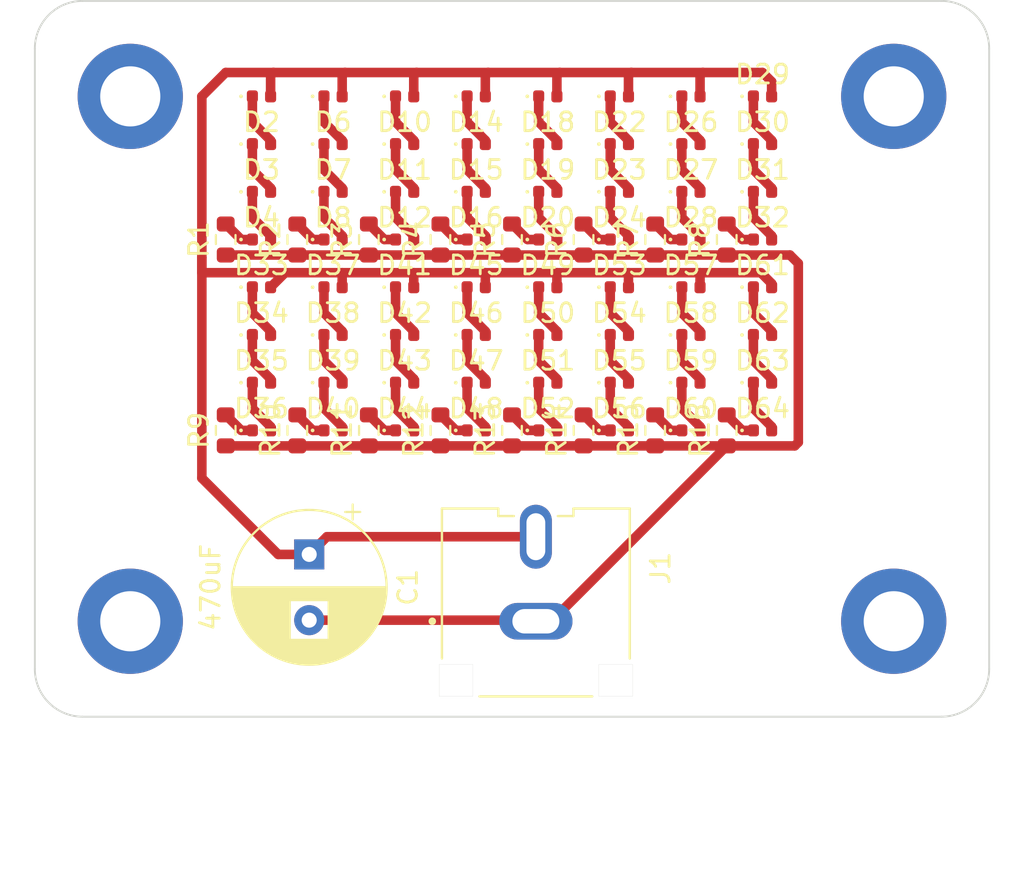
<source format=kicad_pcb>
(kicad_pcb (version 20211014) (generator pcbnew)
  (layers (0 "F.Cu" signal) (31 "B.Cu" signal) (34 "B.Paste" user) (35 "F.Paste" user) (36 "B.SilkS" user "B.Silkscreen") (37 "F.SilkS" user "F.Silkscreen") (38 "B.Mask" user) (39 "F.Mask" user) (44 "Edge.Cuts" user))
  (net 0 "")
  (net 1 "+12V")
  (net 2 "GND")
  (net 3 "Net-(D1-Pad1)")
  (net 4 "Net-(D5-Pad1)")
  (net 5 "Net-(D21-Pad1)")
  (net 6 "Net-(D25-Pad1)")
  (net 7 "Net-(D10-Pad1)")
  (net 8 "Net-(D10-Pad2)")
  (net 9 "Net-(D13-Pad1)")
  (net 14 "Net-(D17-Pad1)")
  (net 15 "Net-(D29-Pad1)")
  (net 16 "Net-(D33-Pad1)")
  (net 17 "Net-(D37-Pad1)")
  (net 18 "Net-(D41-Pad1)")
  (net 19 "Net-(D45-Pad1)")
  (net 20 "Net-(D49-Pad1)")
  (net 21 "Net-(D53-Pad1)")
  (net 22 "Net-(D57-Pad1)")
  (net 23 "Net-(D61-Pad1)")
  (net 24 "Net-(D2-Pad1)")
  (net 25 "Net-(D3-Pad1)")
  (net 26 "Net-(D4-Pad1)")
  (net 27 "Net-(D6-Pad1)")
  (net 28 "Net-(D7-Pad1)")
  (net 29 "Net-(D8-Pad1)")
  (net 30 "Net-(D11-Pad1)")
  (net 31 "Net-(D12-Pad1)")
  (net 32 "Net-(D14-Pad1)")
  (net 33 "Net-(D15-Pad1)")
  (net 34 "Net-(D16-Pad1)")
  (net 35 "Net-(D18-Pad1)")
  (net 36 "Net-(D19-Pad1)")
  (net 37 "Net-(D20-Pad1)")
  (net 38 "Net-(D22-Pad1)")
  (net 39 "Net-(D23-Pad1)")
  (net 40 "Net-(D24-Pad1)")
  (net 41 "Net-(D26-Pad1)")
  (net 42 "Net-(D27-Pad1)")
  (net 43 "Net-(D28-Pad1)")
  (net 44 "Net-(D30-Pad1)")
  (net 45 "Net-(D31-Pad1)")
  (net 46 "Net-(D32-Pad1)")
  (net 47 "Net-(D34-Pad1)")
  (net 48 "Net-(D35-Pad1)")
  (net 49 "Net-(D36-Pad1)")
  (net 50 "Net-(D38-Pad1)")
  (net 51 "Net-(D39-Pad1)")
  (net 52 "Net-(D40-Pad1)")
  (net 53 "Net-(D42-Pad1)")
  (net 54 "Net-(D43-Pad1)")
  (net 55 "Net-(D44-Pad1)")
  (net 56 "Net-(D46-Pad1)")
  (net 57 "Net-(D47-Pad1)")
  (net 58 "Net-(D48-Pad1)")
  (net 59 "Net-(D50-Pad1)")
  (net 60 "Net-(D51-Pad1)")
  (net 61 "Net-(D52-Pad1)")
  (net 62 "Net-(D54-Pad1)")
  (net 63 "Net-(D55-Pad1)")
  (net 64 "Net-(D56-Pad1)")
  (net 65 "Net-(D58-Pad1)")
  (net 66 "Net-(D59-Pad1)")
  (net 67 "Net-(D60-Pad1)")
  (net 68 "Net-(D62-Pad1)")
  (net 69 "Net-(D63-Pad1)")
  (net 70 "Net-(D64-Pad1)")
  (footprint "Resistor_SMD:R_0603_1608Metric" (layer "F.Cu") (at 76.2 66.04 90)
    (fp_text reference "R5")
    (fp_text value "82")
  )
  (footprint "LED_SMD:LED_0402_1005Metric" (layer "F.Cu") (at 81.915 66.04)
    (fp_text reference "D24")
    (fp_text value "QBL7IW60D-CW")
  )
  (footprint "Resistor_SMD:R_0603_1608Metric" (layer "F.Cu") (at 72.39 66.04 90)
    (fp_text reference "R4")
    (fp_text value "82")
  )
  (footprint "LED_SMD:LED_0402_1005Metric" (layer "F.Cu") (at 70.485 76.2)
    (fp_text reference "D44")
    (fp_text value "QBL7IW60D-CW")
  )
  (footprint "LED_SMD:LED_0402_1005Metric" (layer "F.Cu") (at 62.865 58.42)
    (fp_text reference "D1" hide)
    (fp_text value "QBL7IW60D-CW")
  )
  (footprint "LED_SMD:LED_0402_1005Metric" (layer "F.Cu") (at 78.105 58.42)
    (fp_text reference "D17" hide)
    (fp_text value "QBL7IW60D-CW")
  )
  (footprint "LED_SMD:LED_0402_1005Metric" (layer "F.Cu") (at 70.485 68.58)
    (fp_text reference "D41")
    (fp_text value "QBL7IW60D-CW")
  )
  (footprint "Resistor_SMD:R_0603_1608Metric" (layer "F.Cu") (at 68.58 76.2 90)
    (fp_text reference "R11")
    (fp_text value "82")
  )
  (footprint "LED_SMD:LED_0402_1005Metric" (layer "F.Cu") (at 74.295 68.58)
    (fp_text reference "D45")
    (fp_text value "QBL7IW60D-CW")
  )
  (footprint "Resistor_SMD:R_0603_1608Metric" (layer "F.Cu") (at 80.01 76.2 90)
    (fp_text reference "R14")
    (fp_text value "82")
  )
  (footprint "LED_SMD:LED_0402_1005Metric" (layer "F.Cu") (at 62.865 60.96)
    (fp_text reference "D2")
    (fp_text value "QBL7IW60D-CW")
  )
  (footprint "LED_SMD:LED_0402_1005Metric" (layer "F.Cu") (at 66.675 63.5)
    (fp_text reference "D7")
    (fp_text value "QBL7IW60D-CW")
  )
  (footprint "LED_SMD:LED_0402_1005Metric" (layer "F.Cu") (at 78.105 73.66)
    (fp_text reference "D51")
    (fp_text value "QBL7IW60D-CW")
  )
  (footprint "LED_SMD:LED_0402_1005Metric" (layer "F.Cu") (at 85.725 66.04)
    (fp_text reference "D28")
    (fp_text value "QBL7IW60D-CW")
  )
  (footprint "01-rickbassham:MountingHole_3.2mm_M3_DIN965_Pad" (layer "F.Cu") (at 55.88 58.42)
    (fp_text reference "H4")
    (fp_text value "MountingHole_Pad")
  )
  (footprint "Resistor_SMD:R_0603_1608Metric" (layer "F.Cu") (at 68.58 66.04 90)
    (fp_text reference "R3")
    (fp_text value "82")
  )
  (footprint "LED_SMD:LED_0402_1005Metric" (layer "F.Cu") (at 62.865 68.58)
    (fp_text reference "D33")
    (fp_text value "QBL7IW60D-CW" hide)
  )
  (footprint "LED_SMD:LED_0402_1005Metric" (layer "F.Cu") (at 81.915 60.96)
    (fp_text reference "D22")
    (fp_text value "QBL7IW60D-CW")
  )
  (footprint "LED_SMD:LED_0402_1005Metric" (layer "F.Cu") (at 89.535 73.66)
    (fp_text reference "D63")
    (fp_text value "QBL7IW60D-CW")
  )
  (footprint "LED_SMD:LED_0402_1005Metric" (layer "F.Cu") (at 85.725 76.2)
    (fp_text reference "D60")
    (fp_text value "QBL7IW60D-CW")
  )
  (footprint "LED_SMD:LED_0402_1005Metric" (layer "F.Cu") (at 78.105 76.2)
    (fp_text reference "D52")
    (fp_text value "QBL7IW60D-CW")
  )
  (footprint "LED_SMD:LED_0402_1005Metric" (layer "F.Cu") (at 81.915 68.58)
    (fp_text reference "D53")
    (fp_text value "QBL7IW60D-CW")
  )
  (footprint "LED_SMD:LED_0402_1005Metric" (layer "F.Cu") (at 85.725 68.58)
    (fp_text reference "D57")
    (fp_text value "QBL7IW60D-CW")
  )
  (footprint "LED_SMD:LED_0402_1005Metric" (layer "F.Cu") (at 85.725 58.42)
    (fp_text reference "D25" hide)
    (fp_text value "QBL7IW60D-CW")
  )
  (footprint "LED_SMD:LED_0402_1005Metric" (layer "F.Cu") (at 70.485 58.42)
    (fp_text reference "D9" hide)
    (fp_text value "QBL7IW60D-CW")
  )
  (footprint "LED_SMD:LED_0402_1005Metric" (layer "F.Cu") (at 81.915 73.66)
    (fp_text reference "D55")
    (fp_text value "QBL7IW60D-CW")
  )
  (footprint "LED_SMD:LED_0402_1005Metric" (layer "F.Cu") (at 89.535 71.12)
    (fp_text reference "D62")
    (fp_text value "QBL7IW60D-CW")
  )
  (footprint "LED_SMD:LED_0402_1005Metric" (layer "F.Cu") (at 70.485 63.5)
    (fp_text reference "D11")
    (fp_text value "QBL7IW60D-CW")
  )
  (footprint "LED_SMD:LED_0402_1005Metric" (layer "F.Cu") (at 70.485 71.12)
    (fp_text reference "D42")
    (fp_text value "QBL7IW60D-CW")
  )
  (footprint "01-rickbassham:MountingHole_3.2mm_M3_DIN965_Pad" (layer "F.Cu") (at 96.52 86.36)
    (fp_text reference "H1")
    (fp_text value "MountingHole_Pad")
  )
  (footprint "LED_SMD:LED_0402_1005Metric" (layer "F.Cu") (at 74.295 73.66)
    (fp_text reference "D47")
    (fp_text value "QBL7IW60D-CW")
  )
  (footprint "LED_SMD:LED_0402_1005Metric" (layer "F.Cu") (at 89.535 68.58)
    (fp_text reference "D61")
    (fp_text value "QBL7IW60D-CW")
  )
  (footprint "LED_SMD:LED_0402_1005Metric" (layer "F.Cu") (at 66.675 66.04)
    (fp_text reference "D8")
    (fp_text value "QBL7IW60D-CW")
  )
  (footprint "01-rickbassham:MountingHole_3.2mm_M3_DIN965_Pad" (layer "F.Cu") (at 55.88 86.36)
    (fp_text reference "H2")
    (fp_text value "MountingHole_Pad")
  )
  (footprint "LED_SMD:LED_0402_1005Metric" (layer "F.Cu") (at 66.675 68.58)
    (fp_text reference "D37")
    (fp_text value "QBL7IW60D-CW")
  )
  (footprint "LED_SMD:LED_0402_1005Metric" (layer "F.Cu") (at 81.915 76.2)
    (fp_text reference "D56")
    (fp_text value "QBL7IW60D-CW")
  )
  (footprint "LED_SMD:LED_0402_1005Metric" (layer "F.Cu") (at 85.725 71.12)
    (fp_text reference "D58")
    (fp_text value "QBL7IW60D-CW")
  )
  (footprint "LED_SMD:LED_0402_1005Metric" (layer "F.Cu") (at 74.295 76.2)
    (fp_text reference "D48")
    (fp_text value "QBL7IW60D-CW")
  )
  (footprint "LED_SMD:LED_0402_1005Metric" (layer "F.Cu") (at 89.535 63.5)
    (fp_text reference "D31")
    (fp_text value "QBL7IW60D-CW")
  )
  (footprint "LED_SMD:LED_0402_1005Metric" (layer "F.Cu") (at 66.675 60.96)
    (fp_text reference "D6")
    (fp_text value "QBL7IW60D-CW")
  )
  (footprint "LED_SMD:LED_0402_1005Metric" (layer "F.Cu") (at 74.295 60.96)
    (fp_text reference "D14")
    (fp_text value "QBL7IW60D-CW")
  )
  (footprint "LED_SMD:LED_0402_1005Metric" (layer "F.Cu") (at 78.105 63.5)
    (fp_text reference "D19")
    (fp_text value "QBL7IW60D-CW")
  )
  (footprint "Resistor_SMD:R_0603_1608Metric" (layer "F.Cu") (at 83.82 76.2 90)
    (fp_text reference "R15")
    (fp_text value "82")
  )
  (footprint "01-rickbassham:MountingHole_3.2mm_M3_DIN965_Pad" (layer "F.Cu") (at 96.52 58.42)
    (fp_text reference "H3")
    (fp_text value "MountingHole_Pad")
  )
  (footprint "LED_SMD:LED_0402_1005Metric" (layer "F.Cu") (at 78.105 66.04)
    (fp_text reference "D20")
    (fp_text value "QBL7IW60D-CW")
  )
  (footprint "LED_SMD:LED_0402_1005Metric" (layer "F.Cu") (at 62.865 76.2)
    (fp_text reference "D36")
    (fp_text value "QBL7IW60D-CW" hide)
  )
  (footprint "LED_SMD:LED_0402_1005Metric" (layer "F.Cu") (at 85.725 60.96)
    (fp_text reference "D26")
    (fp_text value "QBL7IW60D-CW")
  )
  (footprint "01-rickbassham:CUI_RCJ-044" (layer "F.Cu") (at 77.47 86.36 -90)
    (fp_text reference "J1")
    (fp_text value "RCJ-044")
    (fp_line (start 4 -3.35) (end 4 -5.15) (layer "Edge.Cuts") (width 0.01))
    (fp_line (start 2.3 -3.35) (end 4 -3.35) (layer "Edge.Cuts") (width 0.01))
    (fp_line (start 2.3 3.35) (end 2.3 5.15) (layer "Edge.Cuts") (width 0.01))
    (fp_line (start 4 -5.15) (end 2.3 -5.15) (layer "Edge.Cuts") (width 0.01))
    (fp_line (start 4 3.35) (end 2.3 3.35) (layer "Edge.Cuts") (width 0.01))
    (fp_line (start 2.3 -5.15) (end 2.3 -3.35) (layer "Edge.Cuts") (width 0.01))
    (fp_line (start 4 5.15) (end 4 3.35) (layer "Edge.Cuts") (width 0.01))
    (fp_line (start 2.3 5.15) (end 4 5.15) (layer "Edge.Cuts") (width 0.01))
  )
  (footprint "LED_SMD:LED_0402_1005Metric" (layer "F.Cu") (at 78.105 60.96)
    (fp_text reference "D18")
    (fp_text value "QBL7IW60D-CW")
  )
  (footprint "LED_SMD:LED_0402_1005Metric" (layer "F.Cu") (at 81.915 63.5)
    (fp_text reference "D23")
    (fp_text value "QBL7IW60D-CW")
  )
  (footprint "LED_SMD:LED_0402_1005Metric" (layer "F.Cu") (at 81.915 71.12)
    (fp_text reference "D54")
    (fp_text value "QBL7IW60D-CW")
  )
  (footprint "LED_SMD:LED_0402_1005Metric" (layer "F.Cu") (at 74.295 66.04)
    (fp_text reference "D16")
    (fp_text value "QBL7IW60D-CW")
  )
  (footprint "LED_SMD:LED_0402_1005Metric" (layer "F.Cu") (at 89.535 58.42)
    (fp_text reference "D29")
    (fp_text value "QBL7IW60D-CW")
  )
  (footprint "LED_SMD:LED_0402_1005Metric" (layer "F.Cu") (at 89.535 76.2)
    (fp_text reference "D64")
    (fp_text value "QBL7IW60D-CW")
  )
  (footprint "Resistor_SMD:R_0603_1608Metric" (layer "F.Cu") (at 87.63 66.04 90)
    (fp_text reference "R8")
    (fp_text value "82")
  )
  (footprint "LED_SMD:LED_0402_1005Metric" (layer "F.Cu") (at 85.725 73.66)
    (fp_text reference "D59")
    (fp_text value "QBL7IW60D-CW")
  )
  (footprint "LED_SMD:LED_0402_1005Metric" (layer "F.Cu") (at 85.725 63.5)
    (fp_text reference "D27")
    (fp_text value "QBL7IW60D-CW")
  )
  (footprint "LED_SMD:LED_0402_1005Metric" (layer "F.Cu") (at 66.675 58.42)
    (fp_text reference "D5" hide)
    (fp_text value "QBL7IW60D-CW")
  )
  (footprint "Resistor_SMD:R_0603_1608Metric" (layer "F.Cu") (at 60.96 76.2 90)
    (fp_text reference "R9")
    (fp_text value "82")
  )
  (footprint "LED_SMD:LED_0402_1005Metric" (layer "F.Cu") (at 70.485 73.66)
    (fp_text reference "D43")
    (fp_text value "QBL7IW60D-CW")
  )
  (footprint "Resistor_SMD:R_0603_1608Metric" (layer "F.Cu") (at 83.82 66.04 90)
    (fp_text reference "R7")
    (fp_text value "82")
  )
  (footprint "LED_SMD:LED_0402_1005Metric" (layer "F.Cu") (at 62.865 63.5)
    (fp_text reference "D3")
    (fp_text value "QBL7IW60D-CW")
  )
  (footprint "Resistor_SMD:R_0603_1608Metric" (layer "F.Cu") (at 60.96 66.04 90)
    (fp_text reference "R1")
    (fp_text value "82")
  )
  (footprint "Resistor_SMD:R_0603_1608Metric" (layer "F.Cu") (at 76.2 76.2 90)
    (fp_text reference "R13")
    (fp_text value "82")
  )
  (footprint "Capacitor_THT:CP_Radial_D8.0mm_P3.50mm" (layer "F.Cu") (at 65.405 82.802349 -90)
    (fp_text reference "C1")
    (fp_text value "470uF")
  )
  (footprint "Resistor_SMD:R_0603_1608Metric" (layer "F.Cu") (at 87.63 76.2 90)
    (fp_text reference "R16")
    (fp_text value "82")
  )
  (footprint "LED_SMD:LED_0402_1005Metric" (layer "F.Cu") (at 62.865 73.66)
    (fp_text reference "D35")
    (fp_text value "QBL7IW60D-CW" hide)
  )
  (footprint "LED_SMD:LED_0402_1005Metric" (layer "F.Cu") (at 66.675 71.12)
    (fp_text reference "D38")
    (fp_text value "QBL7IW60D-CW")
  )
  (footprint "LED_SMD:LED_0402_1005Metric" (layer "F.Cu") (at 70.485 60.96)
    (fp_text reference "D10")
    (fp_text value "QBL7IW60D-CW")
  )
  (footprint "LED_SMD:LED_0402_1005Metric" (layer "F.Cu") (at 62.865 71.12)
    (fp_text reference "D34")
    (fp_text value "QBL7IW60D-CW" hide)
  )
  (footprint "LED_SMD:LED_0402_1005Metric" (layer "F.Cu") (at 89.535 60.96)
    (fp_text reference "D30")
    (fp_text value "QBL7IW60D-CW")
  )
  (footprint "LED_SMD:LED_0402_1005Metric" (layer "F.Cu") (at 74.295 58.42)
    (fp_text reference "D13" hide)
    (fp_text value "QBL7IW60D-CW")
  )
  (footprint "LED_SMD:LED_0402_1005Metric" (layer "F.Cu") (at 81.915 58.42)
    (fp_text reference "D21" hide)
    (fp_text value "QBL7IW60D-CW")
  )
  (footprint "LED_SMD:LED_0402_1005Metric" (layer "F.Cu") (at 74.295 71.12)
    (fp_text reference "D46")
    (fp_text value "QBL7IW60D-CW")
  )
  (footprint "LED_SMD:LED_0402_1005Metric" (layer "F.Cu") (at 66.675 73.66)
    (fp_text reference "D39")
    (fp_text value "QBL7IW60D-CW")
  )
  (footprint "LED_SMD:LED_0402_1005Metric" (layer "F.Cu") (at 89.535 66.04)
    (fp_text reference "D32")
    (fp_text value "QBL7IW60D-CW")
  )
  (footprint "Resistor_SMD:R_0603_1608Metric" (layer "F.Cu") (at 64.77 66.04 90)
    (fp_text reference "R2")
    (fp_text value "82")
  )
  (footprint "Resistor_SMD:R_0603_1608Metric" (layer "F.Cu") (at 80.01 66.04 90)
    (fp_text reference "R6")
    (fp_text value "82")
  )
  (footprint "Resistor_SMD:R_0603_1608Metric" (layer "F.Cu") (at 64.77 76.2 90)
    (fp_text reference "R10")
    (fp_text value "82")
  )
  (footprint "LED_SMD:LED_0402_1005Metric" (layer "F.Cu") (at 66.675 76.2)
    (fp_text reference "D40")
    (fp_text value "QBL7IW60D-CW")
  )
  (footprint "LED_SMD:LED_0402_1005Metric" (layer "F.Cu") (at 70.485 66.04)
    (fp_text reference "D12")
    (fp_text value "QBL7IW60D-CW")
  )
  (footprint "LED_SMD:LED_0402_1005Metric" (layer "F.Cu") (at 78.105 68.58)
    (fp_text reference "D49")
    (fp_text value "QBL7IW60D-CW")
  )
  (footprint "LED_SMD:LED_0402_1005Metric" (layer "F.Cu") (at 62.865 66.04)
    (fp_text reference "D4")
    (fp_text value "QBL7IW60D-CW")
  )
  (footprint "LED_SMD:LED_0402_1005Metric" (layer "F.Cu") (at 74.295 63.5)
    (fp_text reference "D15")
    (fp_text value "QBL7IW60D-CW")
  )
  (footprint "LED_SMD:LED_0402_1005Metric" (layer "F.Cu") (at 78.105 71.12)
    (fp_text reference "D50")
    (fp_text value "QBL7IW60D-CW")
  )
  (footprint "Resistor_SMD:R_0603_1608Metric" (layer "F.Cu") (at 72.39 76.2 90)
    (fp_text reference "R12")
    (fp_text value "82")
  )
  (gr_arc (start 101.6 88.9) (mid 100.856051 90.696051) (end 99.06 91.44) (layer "Edge.Cuts") (width 0.1))
  (gr_line (start 99.06 53.34) (end 53.34 53.34) (layer "Edge.Cuts") (width 0.1))
  (gr_line (start 53.34 91.44) (end 99.06 91.44) (layer "Edge.Cuts") (width 0.1))
  (gr_arc (start 50.8 55.88) (mid 51.543949 54.083949) (end 53.34 53.34) (layer "Edge.Cuts") (width 0.1))
  (gr_line (start 50.8 55.88) (end 50.8 88.9) (layer "Edge.Cuts") (width 0.1))
  (gr_arc (start 53.34 91.44) (mid 51.543949 90.696051) (end 50.8 88.9) (layer "Edge.Cuts") (width 0.1))
  (gr_arc (start 99.06 53.34) (mid 100.856051 54.083949) (end 101.6 55.88) (layer "Edge.Cuts") (width 0.1))
  (gr_line (start 101.6 88.9) (end 101.6 55.88) (layer "Edge.Cuts") (width 0.1))
  (segment (start 78.59 68.58) (end 78.59 67.81796) (width 0.508) (layer "F.Cu") (net 1))
  (segment (start 59.69 67.80648) (end 59.69 66.994216) (width 0.508) (layer "F.Cu") (net 1))
  (segment (start 64.12352 67.80648) (end 67.17148 67.80648) (width 0.508) (layer "F.Cu") (net 1))
  (segment (start 65.405 82.802349) (end 63.752349 82.802349) (width 0.508) (layer "F.Cu") (net 1))
  (segment (start 70.97 67.81796) (end 70.98148 67.80648) (width 0.508) (layer "F.Cu") (net 1))
  (segment (start 70.98148 67.80648) (end 74.79148 67.80648) (width 0.508) (layer "F.Cu") (net 1))
  (segment (start 71.12 57.15) (end 74.93 57.15) (width 0.508) (layer "F.Cu") (net 1))
  (segment (start 82.4 57.3) (end 82.55 57.15) (width 0.508) (layer "F.Cu") (net 1))
  (segment (start 63.35 58.42) (end 63.35 57.3) (width 0.508) (layer "F.Cu") (net 1))
  (segment (start 82.55 57.15) (end 86.36 57.15) (width 0.508) (layer "F.Cu") (net 1))
  (segment (start 78.59 58.42) (end 78.59 57.3) (width 0.508) (layer "F.Cu") (net 1))
  (segment (start 89.535 57.15) (end 90.02 57.635) (width 0.508) (layer "F.Cu") (net 1))
  (segment (start 89.44645 67.80648) (end 90.02 68.38003) (width 0.508) (layer "F.Cu") (net 1))
  (segment (start 63.35 68.58) (end 64.12352 67.80648) (width 0.508) (layer "F.Cu") (net 1))
  (segment (start 59.69 58.42) (end 60.96 57.15) (width 0.508) (layer "F.Cu") (net 1))
  (segment (start 78.59 67.81796) (end 78.60148 67.80648) (width 0.508) (layer "F.Cu") (net 1))
  (segment (start 67.17148 67.80648) (end 70.98148 67.80648) (width 0.508) (layer "F.Cu") (net 1))
  (segment (start 82.4 58.42) (end 82.4 57.3) (width 0.508) (layer "F.Cu") (net 1))
  (segment (start 74.78 57.3) (end 74.93 57.15) (width 0.508) (layer "F.Cu") (net 1))
  (segment (start 86.21 68.58) (end 86.21 67.81796) (width 0.508) (layer "F.Cu") (net 1))
  (segment (start 86.36 57.15) (end 89.535 57.15) (width 0.508) (layer "F.Cu") (net 1))
  (segment (start 60.96 57.15) (end 63.5 57.15) (width 0.508) (layer "F.Cu") (net 1))
  (segment (start 70.97 58.42) (end 70.97 57.3) (width 0.508) (layer "F.Cu") (net 1))
  (segment (start 63.5 57.15) (end 67.31 57.15) (width 0.508) (layer "F.Cu") (net 1))
  (segment (start 77.47 81.86) (end 66.347349 81.86) (width 0.508) (layer "F.Cu") (net 1))
  (segment (start 78.60148 67.80648) (end 82.41148 67.80648) (width 0.508) (layer "F.Cu") (net 1))
  (segment (start 67.31 57.15) (end 71.12 57.15) (width 0.508) (layer "F.Cu") (net 1))
  (segment (start 64.12352 67.80648) (end 59.69 67.80648) (width 0.508) (layer "F.Cu") (net 1))
  (segment (start 67.16 58.42) (end 67.16 57.3) (width 0.508) (layer "F.Cu") (net 1))
  (segment (start 63.752349 82.802349) (end 61.595 80.645) (width 0.508) (layer "F.Cu") (net 1))
  (segment (start 59.69 66.994216) (end 59.69 78.74) (width 0.508) (layer "F.Cu") (net 1))
  (segment (start 82.41148 67.80648) (end 86.22148 67.80648) (width 0.508) (layer "F.Cu") (net 1))
  (segment (start 67.16 57.3) (end 67.31 57.15) (width 0.508) (layer "F.Cu") (net 1))
  (segment (start 67.16 67.81796) (end 67.17148 67.80648) (width 0.508) (layer "F.Cu") (net 1))
  (segment (start 70.97 57.3) (end 71.12 57.15) (width 0.508) (layer "F.Cu") (net 1))
  (segment (start 78.59 57.3) (end 78.74 57.15) (width 0.508) (layer "F.Cu") (net 1))
  (segment (start 74.93 57.15) (end 78.74 57.15) (width 0.508) (layer "F.Cu") (net 1))
  (segment (start 90.02 57.635) (end 90.02 58.42) (width 0.508) (layer "F.Cu") (net 1))
  (segment (start 74.78 58.42) (end 74.78 57.3) (width 0.508) (layer "F.Cu") (net 1))
  (segment (start 82.4 68.58) (end 82.4 67.81796) (width 0.508) (layer "F.Cu") (net 1))
  (segment (start 82.4 67.81796) (end 82.41148 67.80648) (width 0.508) (layer "F.Cu") (net 1))
  (segment (start 86.22148 67.80648) (end 89.44645 67.80648) (width 0.508) (layer "F.Cu") (net 1))
  (segment (start 86.21 57.3) (end 86.36 57.15) (width 0.508) (layer "F.Cu") (net 1))
  (segment (start 78.74 57.15) (end 82.55 57.15) (width 0.508) (layer "F.Cu") (net 1))
  (segment (start 67.16 68.58) (end 67.16 67.81796) (width 0.508) (layer "F.Cu") (net 1))
  (segment (start 74.78 67.81796) (end 74.79148 67.80648) (width 0.508) (layer "F.Cu") (net 1))
  (segment (start 59.69 66.994216) (end 59.69 58.42) (width 0.508) (layer "F.Cu") (net 1))
  (segment (start 63.35 57.3) (end 63.5 57.15) (width 0.508) (layer "F.Cu") (net 1))
  (segment (start 86.21 67.81796) (end 86.22148 67.80648) (width 0.508) (layer "F.Cu") (net 1))
  (segment (start 70.97 68.58) (end 70.97 67.81796) (width 0.508) (layer "F.Cu") (net 1))
  (segment (start 74.79148 67.80648) (end 78.60148 67.80648) (width 0.508) (layer "F.Cu") (net 1))
  (segment (start 86.21 58.42) (end 86.21 57.3) (width 0.508) (layer "F.Cu") (net 1))
  (segment (start 74.78 68.58) (end 74.78 67.81796) (width 0.508) (layer "F.Cu") (net 1))
  (segment (start 66.347349 81.86) (end 65.405 82.802349) (width 0.508) (layer "F.Cu") (net 1))
  (segment (start 90.02 68.38003) (end 90.02 68.58) (width 0.508) (layer "F.Cu") (net 1))
  (segment (start 59.69 78.74) (end 61.52 80.57) (width 0.508) (layer "F.Cu") (net 1))
  (segment (start 65.405 86.302349) (end 77.412349 86.302349) (width 0.508) (layer "F.Cu") (net 2))
  (segment (start 83.82 66.865) (end 87.63 66.865) (width 0.508) (layer "F.Cu") (net 2))
  (segment (start 91.25 77.025) (end 91.44 76.835) (width 0.508) (layer "F.Cu") (net 2))
  (segment (start 80.01 66.865) (end 83.82 66.865) (width 0.508) (layer "F.Cu") (net 2))
  (segment (start 90.995 66.865) (end 87.63 66.865) (width 0.508) (layer "F.Cu") (net 2))
  (segment (start 77.47 86.36) (end 78.295 86.36) (width 0.508) (layer "F.Cu") (net 2))
  (segment (start 60.96 77.025) (end 87.63 77.025) (width 0.508) (layer "F.Cu") (net 2))
  (segment (start 60.96 66.865) (end 64.77 66.865) (width 0.508) (layer "F.Cu") (net 2))
  (segment (start 78.295 86.36) (end 87.63 77.025) (width 0.508) (layer "F.Cu") (net 2))
  (segment (start 76.2 66.865) (end 80.01 66.865) (width 0.508) (layer "F.Cu") (net 2))
  (segment (start 72.39 66.865) (end 76.2 66.865) (width 0.508) (layer "F.Cu") (net 2))
  (segment (start 91.44 76.835) (end 91.44 67.31) (width 0.508) (layer "F.Cu") (net 2))
  (segment (start 91.44 67.31) (end 90.995 66.865) (width 0.508) (layer "F.Cu") (net 2))
  (segment (start 64.77 66.865) (end 68.58 66.865) (width 0.508) (layer "F.Cu") (net 2))
  (segment (start 68.58 66.865) (end 72.39 66.865) (width 0.508) (layer "F.Cu") (net 2))
  (segment (start 87.63 77.025) (end 91.25 77.025) (width 0.508) (layer "F.Cu") (net 2))
  (segment (start 77.412349 86.302349) (end 77.47 86.36) (width 0.508) (layer "F.Cu") (net 2))
  (segment (start 63.35 60.76003) (end 63.35 60.96) (width 0.508) (layer "F.Cu") (net 3))
  (segment (start 62.38 59.79003) (end 63.35 60.76003) (width 0.508) (layer "F.Cu") (net 3))
  (segment (start 62.38 58.42) (end 62.38 59.79003) (width 0.508) (layer "F.Cu") (net 3))
  (segment (start 66.19 59.79003) (end 67.16 60.76003) (width 0.508) (layer "F.Cu") (net 4))
  (segment (start 67.16 60.76003) (end 67.16 60.96) (width 0.508) (layer "F.Cu") (net 4))
  (segment (start 66.19 58.42) (end 66.19 59.79003) (width 0.508) (layer "F.Cu") (net 4))
  (segment (start 82.4 60.76003) (end 82.4 60.96) (width 0.508) (layer "F.Cu") (net 5))
  (segment (start 81.43 59.79003) (end 82.4 60.76003) (width 0.508) (layer "F.Cu") (net 5))
  (segment (start 81.43 58.42) (end 81.43 59.79003) (width 0.508) (layer "F.Cu") (net 5))
  (segment (start 85.24 59.79003) (end 86.21 60.76003) (width 0.508) (layer "F.Cu") (net 6))
  (segment (start 85.24 58.42) (end 85.24 59.79003) (width 0.508) (layer "F.Cu") (net 6))
  (segment (start 86.21 60.76003) (end 86.21 60.96) (width 0.508) (layer "F.Cu") (net 6))
  (segment (start 70 60.96) (end 70 62.33003) (width 0.508) (layer "F.Cu") (net 7))
  (segment (start 70 62.33003) (end 70.97 63.30003) (width 0.508) (layer "F.Cu") (net 7))
  (segment (start 70.97 63.30003) (end 70.97 63.5) (width 0.508) (layer "F.Cu") (net 7))
  (segment (start 70.97 60.76003) (end 70.97 60.96) (width 0.508) (layer "F.Cu") (net 8))
  (segment (start 70 59.79003) (end 70.97 60.76003) (width 0.508) (layer "F.Cu") (net 8))
  (segment (start 70 58.42) (end 70 59.79003) (width 0.508) (layer "F.Cu") (net 8))
  (segment (start 73.81 58.42) (end 73.81 59.79003) (width 0.508) (layer "F.Cu") (net 9))
  (segment (start 73.81 59.79003) (end 74.78 60.76003) (width 0.508) (layer "F.Cu") (net 9))
  (segment (start 74.78 60.76003) (end 74.78 60.96) (width 0.508) (layer "F.Cu") (net 9))
  (segment (start 77.62 59.79003) (end 78.59 60.76003) (width 0.508) (layer "F.Cu") (net 14))
  (segment (start 77.62 58.42) (end 77.62 59.79003) (width 0.508) (layer "F.Cu") (net 14))
  (segment (start 78.59 60.76003) (end 78.59 60.96) (width 0.508) (layer "F.Cu") (net 14))
  (segment (start 89.05 58.42) (end 89.05 59.79003) (width 0.508) (layer "F.Cu") (net 15))
  (segment (start 90.02 60.76003) (end 90.02 60.96) (width 0.508) (layer "F.Cu") (net 15))
  (segment (start 89.05 59.79003) (end 90.02 60.76003) (width 0.508) (layer "F.Cu") (net 15))
  (segment (start 63.35 70.92003) (end 63.35 71.12) (width 0.508) (layer "F.Cu") (net 16))
  (segment (start 62.38 69.95003) (end 63.35 70.92003) (width 0.508) (layer "F.Cu") (net 16))
  (segment (start 62.38 68.58) (end 62.38 69.95003) (width 0.508) (layer "F.Cu") (net 16))
  (segment (start 66.19 68.58) (end 66.19 69.95003) (width 0.508) (layer "F.Cu") (net 17))
  (segment (start 67.16 70.92003) (end 67.16 71.12) (width 0.508) (layer "F.Cu") (net 17))
  (segment (start 66.19 69.95003) (end 67.16 70.92003) (width 0.508) (layer "F.Cu") (net 17))
  (segment (start 70.97 70.92003) (end 70.97 71.12) (width 0.508) (layer "F.Cu") (net 18))
  (segment (start 70 68.58) (end 70 69.95003) (width 0.508) (layer "F.Cu") (net 18))
  (segment (start 70 69.95003) (end 70.97 70.92003) (width 0.508) (layer "F.Cu") (net 18))
  (segment (start 73.81 68.58) (end 73.81 69.95003) (width 0.508) (layer "F.Cu") (net 19))
  (segment (start 74.78 70.92003) (end 74.78 71.12) (width 0.508) (layer "F.Cu") (net 19))
  (segment (start 73.81 69.95003) (end 74.78 70.92003) (width 0.508) (layer "F.Cu") (net 19))
  (segment (start 78.59 70.92003) (end 78.59 71.12) (width 0.508) (layer "F.Cu") (net 20))
  (segment (start 77.62 68.58) (end 77.62 69.95003) (width 0.508) (layer "F.Cu") (net 20))
  (segment (start 77.62 69.95003) (end 78.59 70.92003) (width 0.508) (layer "F.Cu") (net 20))
  (segment (start 81.43 69.95003) (end 82.4 70.92003) (width 0.508) (layer "F.Cu") (net 21))
  (segment (start 81.43 68.58) (end 81.43 69.95003) (width 0.508) (layer "F.Cu") (net 21))
  (segment (start 82.4 70.92003) (end 82.4 71.12) (width 0.508) (layer "F.Cu") (net 21))
  (segment (start 85.24 68.58) (end 85.24 69.95003) (width 0.508) (layer "F.Cu") (net 22))
  (segment (start 86.21 70.92003) (end 86.21 71.12) (width 0.508) (layer "F.Cu") (net 22))
  (segment (start 85.24 69.95003) (end 86.21 70.92003) (width 0.508) (layer "F.Cu") (net 22))
  (segment (start 90.02 70.92003) (end 90.02 71.12) (width 0.508) (layer "F.Cu") (net 23))
  (segment (start 89.05 68.58) (end 89.05 69.95003) (width 0.508) (layer "F.Cu") (net 23))
  (segment (start 89.05 69.95003) (end 90.02 70.92003) (width 0.508) (layer "F.Cu") (net 23))
  (segment (start 63.35 63.30003) (end 63.35 63.5) (width 0.508) (layer "F.Cu") (net 24))
  (segment (start 62.38 62.33003) (end 63.35 63.30003) (width 0.508) (layer "F.Cu") (net 24))
  (segment (start 62.38 60.96) (end 62.38 62.33003) (width 0.508) (layer "F.Cu") (net 24))
  (segment (start 62.38 64.87003) (end 63.35 65.84003) (width 0.508) (layer "F.Cu") (net 25))
  (segment (start 63.35 65.84003) (end 63.35 66.04) (width 0.508) (layer "F.Cu") (net 25))
  (segment (start 62.38 63.5) (end 62.38 64.87003) (width 0.508) (layer "F.Cu") (net 25))
  (segment (start 61.785 66.04) (end 60.96 65.215) (width 0.508) (layer "F.Cu") (net 26))
  (segment (start 62.38 66.04) (end 61.785 66.04) (width 0.508) (layer "F.Cu") (net 26))
  (segment (start 66.19 62.33003) (end 67.16 63.30003) (width 0.508) (layer "F.Cu") (net 27))
  (segment (start 67.16 63.30003) (end 67.16 63.5) (width 0.508) (layer "F.Cu") (net 27))
  (segment (start 66.19 60.96) (end 66.19 62.33003) (width 0.508) (layer "F.Cu") (net 27))
  (segment (start 66.19 64.87003) (end 67.16 65.84003) (width 0.508) (layer "F.Cu") (net 28))
  (segment (start 66.19 63.5) (end 66.19 64.87003) (width 0.508) (layer "F.Cu") (net 28))
  (segment (start 67.16 65.84003) (end 67.16 66.04) (width 0.508) (layer "F.Cu") (net 28))
  (segment (start 65.595 66.04) (end 64.77 65.215) (width 0.508) (layer "F.Cu") (net 29))
  (segment (start 66.19 66.04) (end 65.595 66.04) (width 0.508) (layer "F.Cu") (net 29))
  (segment (start 70 63.5) (end 70 64.87003) (width 0.508) (layer "F.Cu") (net 30))
  (segment (start 70 64.87003) (end 70.97 65.84003) (width 0.508) (layer "F.Cu") (net 30))
  (segment (start 70.97 65.84003) (end 70.97 66.04) (width 0.508) (layer "F.Cu") (net 30))
  (segment (start 69.405 66.04) (end 68.58 65.215) (width 0.508) (layer "F.Cu") (net 31))
  (segment (start 70 66.04) (end 69.405 66.04) (width 0.508) (layer "F.Cu") (net 31))
  (segment (start 74.78 63.30003) (end 74.78 63.5) (width 0.508) (layer "F.Cu") (net 32))
  (segment (start 73.81 60.96) (end 73.81 62.33003) (width 0.508) (layer "F.Cu") (net 32))
  (segment (start 73.81 62.33003) (end 74.78 63.30003) (width 0.508) (layer "F.Cu") (net 32))
  (segment (start 74.78 65.84003) (end 74.78 66.04) (width 0.508) (layer "F.Cu") (net 33))
  (segment (start 73.81 64.87003) (end 74.78 65.84003) (width 0.508) (layer "F.Cu") (net 33))
  (segment (start 73.81 63.5) (end 73.81 64.87003) (width 0.508) (layer "F.Cu") (net 33))
  (segment (start 73.81 66.04) (end 73.215 66.04) (width 0.508) (layer "F.Cu") (net 34))
  (segment (start 73.215 66.04) (end 72.39 65.215) (width 0.508) (layer "F.Cu") (net 34))
  (segment (start 77.62 62.33003) (end 78.59 63.30003) (width 0.508) (layer "F.Cu") (net 35))
  (segment (start 78.59 63.30003) (end 78.59 63.5) (width 0.508) (layer "F.Cu") (net 35))
  (segment (start 77.62 60.96) (end 77.62 62.33003) (width 0.508) (layer "F.Cu") (net 35))
  (segment (start 78.59 65.84003) (end 78.59 66.04) (width 0.508) (layer "F.Cu") (net 36))
  (segment (start 77.62 64.87003) (end 78.59 65.84003) (width 0.508) (layer "F.Cu") (net 36))
  (segment (start 77.62 63.5) (end 77.62 64.87003) (width 0.508) (layer "F.Cu") (net 36))
  (segment (start 77.025 66.04) (end 76.2 65.215) (width 0.508) (layer "F.Cu") (net 37))
  (segment (start 77.62 66.04) (end 77.025 66.04) (width 0.508) (layer "F.Cu") (net 37))
  (segment (start 81.43 62.33003) (end 82.4 63.30003) (width 0.508) (layer "F.Cu") (net 38))
  (segment (start 82.4 63.30003) (end 82.4 63.5) (width 0.508) (layer "F.Cu") (net 38))
  (segment (start 81.43 60.96) (end 81.43 62.33003) (width 0.508) (layer "F.Cu") (net 38))
  (segment (start 81.43 64.87003) (end 82.4 65.84003) (width 0.508) (layer "F.Cu") (net 39))
  (segment (start 82.4 65.84003) (end 82.4 66.04) (width 0.508) (layer "F.Cu") (net 39))
  (segment (start 81.43 63.5) (end 81.43 64.87003) (width 0.508) (layer "F.Cu") (net 39))
  (segment (start 80.835 66.04) (end 80.01 65.215) (width 0.508) (layer "F.Cu") (net 40))
  (segment (start 81.43 66.04) (end 80.835 66.04) (width 0.508) (layer "F.Cu") (net 40))
  (segment (start 85.24 60.96) (end 85.24 62.33003) (width 0.508) (layer "F.Cu") (net 41))
  (segment (start 85.24 62.33003) (end 86.21 63.30003) (width 0.508) (layer "F.Cu") (net 41))
  (segment (start 86.21 63.30003) (end 86.21 63.5) (width 0.508) (layer "F.Cu") (net 41))
  (segment (start 85.24 64.87003) (end 86.21 65.84003) (width 0.508) (layer "F.Cu") (net 42))
  (segment (start 85.24 63.5) (end 85.24 64.87003) (width 0.508) (layer "F.Cu") (net 42))
  (segment (start 86.21 65.84003) (end 86.21 66.04) (width 0.508) (layer "F.Cu") (net 42))
  (segment (start 85.24 66.04) (end 84.645 66.04) (width 0.508) (layer "F.Cu") (net 43))
  (segment (start 84.645 66.04) (end 83.82 65.215) (width 0.508) (layer "F.Cu") (net 43))
  (segment (start 90.02 63.30003) (end 90.02 63.5) (width 0.508) (layer "F.Cu") (net 44))
  (segment (start 89.05 60.96) (end 89.05 62.33003) (width 0.508) (layer "F.Cu") (net 44))
  (segment (start 89.05 62.33003) (end 90.02 63.30003) (width 0.508) (layer "F.Cu") (net 44))
  (segment (start 89.05 63.5) (end 89.05 64.87003) (width 0.508) (layer "F.Cu") (net 45))
  (segment (start 89.05 64.87003) (end 90.02 65.84003) (width 0.508) (layer "F.Cu") (net 45))
  (segment (start 90.02 65.84003) (end 90.02 66.04) (width 0.508) (layer "F.Cu") (net 45))
  (segment (start 88.455 66.04) (end 87.63 65.215) (width 0.508) (layer "F.Cu") (net 46))
  (segment (start 89.05 66.04) (end 88.455 66.04) (width 0.508) (layer "F.Cu") (net 46))
  (segment (start 63.35 73.46003) (end 63.35 73.66) (width 0.508) (layer "F.Cu") (net 47))
  (segment (start 62.38 72.49003) (end 63.35 73.46003) (width 0.508) (layer "F.Cu") (net 47))
  (segment (start 62.38 71.12) (end 62.38 72.49003) (width 0.508) (layer "F.Cu") (net 47))
  (segment (start 62.38 73.66) (end 62.38 75.03003) (width 0.508) (layer "F.Cu") (net 48))
  (segment (start 62.38 75.03003) (end 63.35 76.00003) (width 0.508) (layer "F.Cu") (net 48))
  (segment (start 63.35 76.00003) (end 63.35 76.2) (width 0.508) (layer "F.Cu") (net 48))
  (segment (start 61.785 76.2) (end 60.96 75.375) (width 0.508) (layer "F.Cu") (net 49))
  (segment (start 62.38 76.2) (end 61.785 76.2) (width 0.508) (layer "F.Cu") (net 49))
  (segment (start 67.16 73.46003) (end 67.16 73.66) (width 0.508) (layer "F.Cu") (net 50))
  (segment (start 66.19 72.49003) (end 67.16 73.46003) (width 0.508) (layer "F.Cu") (net 50))
  (segment (start 66.19 71.12) (end 66.19 72.49003) (width 0.508) (layer "F.Cu") (net 50))
  (segment (start 66.19 73.66) (end 66.19 75.03003) (width 0.508) (layer "F.Cu") (net 51))
  (segment (start 66.19 75.03003) (end 67.16 76.00003) (width 0.508) (layer "F.Cu") (net 51))
  (segment (start 67.16 76.00003) (end 67.16 76.2) (width 0.508) (layer "F.Cu") (net 51))
  (segment (start 66.19 76.2) (end 65.595 76.2) (width 0.508) (layer "F.Cu") (net 52))
  (segment (start 65.595 76.2) (end 64.77 75.375) (width 0.508) (layer "F.Cu") (net 52))
  (segment (start 70 71.12) (end 70 72.49003) (width 0.508) (layer "F.Cu") (net 53))
  (segment (start 70.97 73.46003) (end 70.97 73.66) (width 0.508) (layer "F.Cu") (net 53))
  (segment (start 70 72.49003) (end 70.97 73.46003) (width 0.508) (layer "F.Cu") (net 53))
  (segment (start 70 73.66) (end 70 75.03003) (width 0.508) (layer "F.Cu") (net 54))
  (segment (start 70 75.03003) (end 70.97 76.00003) (width 0.508) (layer "F.Cu") (net 54))
  (segment (start 70.97 76.00003) (end 70.97 76.2) (width 0.508) (layer "F.Cu") (net 54))
  (segment (start 70 76.2) (end 69.405 76.2) (width 0.508) (layer "F.Cu") (net 55))
  (segment (start 69.405 76.2) (end 68.58 75.375) (width 0.508) (layer "F.Cu") (net 55))
  (segment (start 73.81 72.49003) (end 74.78 73.46003) (width 0.508) (layer "F.Cu") (net 56))
  (segment (start 74.78 73.46003) (end 74.78 73.66) (width 0.508) (layer "F.Cu") (net 56))
  (segment (start 73.81 71.12) (end 73.81 72.49003) (width 0.508) (layer "F.Cu") (net 56))
  (segment (start 73.81 75.03003) (end 74.78 76.00003) (width 0.508) (layer "F.Cu") (net 57))
  (segment (start 73.81 73.66) (end 73.81 75.03003) (width 0.508) (layer "F.Cu") (net 57))
  (segment (start 74.78 76.00003) (end 74.78 76.2) (width 0.508) (layer "F.Cu") (net 57))
  (segment (start 73.215 76.2) (end 72.39 75.375) (width 0.508) (layer "F.Cu") (net 58))
  (segment (start 73.81 76.2) (end 73.215 76.2) (width 0.508) (layer "F.Cu") (net 58))
  (segment (start 77.62 71.12) (end 77.62 72.49003) (width 0.508) (layer "F.Cu") (net 59))
  (segment (start 77.62 72.49003) (end 78.59 73.46003) (width 0.508) (layer "F.Cu") (net 59))
  (segment (start 78.59 73.46003) (end 78.59 73.66) (width 0.508) (layer "F.Cu") (net 59))
  (segment (start 78.59 76.00003) (end 78.59 76.2) (width 0.508) (layer "F.Cu") (net 60))
  (segment (start 77.62 73.66) (end 77.62 75.03003) (width 0.508) (layer "F.Cu") (net 60))
  (segment (start 77.62 75.03003) (end 78.59 76.00003) (width 0.508) (layer "F.Cu") (net 60))
  (segment (start 77.025 76.2) (end 76.2 75.375) (width 0.508) (layer "F.Cu") (net 61))
  (segment (start 77.62 76.2) (end 77.025 76.2) (width 0.508) (layer "F.Cu") (net 61))
  (segment (start 82.4 73.46003) (end 82.4 73.66) (width 0.508) (layer "F.Cu") (net 62))
  (segment (start 81.43 72.49003) (end 82.4 73.46003) (width 0.508) (layer "F.Cu") (net 62))
  (segment (start 81.43 71.12) (end 81.43 72.49003) (width 0.508) (layer "F.Cu") (net 62))
  (segment (start 81.43 75.03003) (end 82.4 76.00003) (width 0.508) (layer "F.Cu") (net 63))
  (segment (start 82.4 76.00003) (end 82.4 76.2) (width 0.508) (layer "F.Cu") (net 63))
  (segment (start 81.43 73.66) (end 81.43 75.03003) (width 0.508) (layer "F.Cu") (net 63))
  (segment (start 81.43 76.2) (end 80.835 76.2) (width 0.508) (layer "F.Cu") (net 64))
  (segment (start 80.835 76.2) (end 80.01 75.375) (width 0.508) (layer "F.Cu") (net 64))
  (segment (start 85.24 72.49003) (end 86.21 73.46003) (width 0.508) (layer "F.Cu") (net 65))
  (segment (start 85.24 71.12) (end 85.24 72.49003) (width 0.508) (layer "F.Cu") (net 65))
  (segment (start 86.21 73.46003) (end 86.21 73.66) (width 0.508) (layer "F.Cu") (net 65))
  (segment (start 85.24 75.03003) (end 86.21 76.00003) (width 0.508) (layer "F.Cu") (net 66))
  (segment (start 85.24 73.66) (end 85.24 75.03003) (width 0.508) (layer "F.Cu") (net 66))
  (segment (start 86.21 76.00003) (end 86.21 76.2) (width 0.508) (layer "F.Cu") (net 66))
  (segment (start 85.24 76.2) (end 84.645 76.2) (width 0.508) (layer "F.Cu") (net 67))
  (segment (start 84.645 76.2) (end 83.82 75.375) (width 0.508) (layer "F.Cu") (net 67))
  (segment (start 89.05 71.12) (end 89.05 72.49003) (width 0.508) (layer "F.Cu") (net 68))
  (segment (start 90.02 73.46003) (end 90.02 73.66) (width 0.508) (layer "F.Cu") (net 68))
  (segment (start 89.05 72.49003) (end 90.02 73.46003) (width 0.508) (layer "F.Cu") (net 68))
  (segment (start 89.05 75.03003) (end 90.02 76.00003) (width 0.508) (layer "F.Cu") (net 69))
  (segment (start 90.02 76.00003) (end 90.02 76.2) (width 0.508) (layer "F.Cu") (net 69))
  (segment (start 89.05 73.66) (end 89.05 75.03003) (width 0.508) (layer "F.Cu") (net 69))
  (segment (start 88.455 76.2) (end 87.63 75.375) (width 0.508) (layer "F.Cu") (net 70))
  (segment (start 89.05 76.2) (end 88.455 76.2) (width 0.508) (layer "F.Cu") (net 70))
)
</source>
